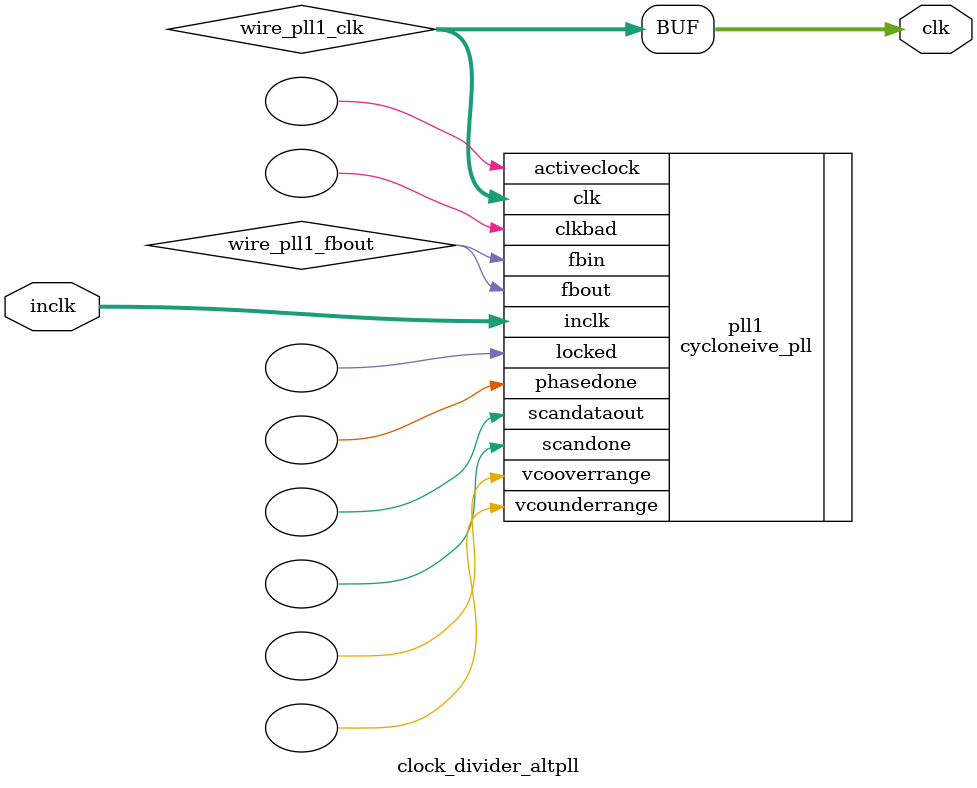
<source format=v>






//synthesis_resources = cycloneive_pll 1 
//synopsys translate_off
`timescale 1 ps / 1 ps
//synopsys translate_on
module  clock_divider_altpll
	( 
	clk,
	inclk) /* synthesis synthesis_clearbox=1 */;
	output   [4:0]  clk;
	input   [1:0]  inclk;
`ifndef ALTERA_RESERVED_QIS
// synopsys translate_off
`endif
	tri0   [1:0]  inclk;
`ifndef ALTERA_RESERVED_QIS
// synopsys translate_on
`endif

	wire  [4:0]   wire_pll1_clk;
	wire  wire_pll1_fbout;

	cycloneive_pll   pll1
	( 
	.activeclock(),
	.clk(wire_pll1_clk),
	.clkbad(),
	.fbin(wire_pll1_fbout),
	.fbout(wire_pll1_fbout),
	.inclk(inclk),
	.locked(),
	.phasedone(),
	.scandataout(),
	.scandone(),
	.vcooverrange(),
	.vcounderrange()
	`ifndef FORMAL_VERIFICATION
	// synopsys translate_off
	`endif
	,
	.areset(1'b0),
	.clkswitch(1'b0),
	.configupdate(1'b0),
	.pfdena(1'b1),
	.phasecounterselect({3{1'b0}}),
	.phasestep(1'b0),
	.phaseupdown(1'b0),
	.scanclk(1'b0),
	.scanclkena(1'b1),
	.scandata(1'b0)
	`ifndef FORMAL_VERIFICATION
	// synopsys translate_on
	`endif
	);
	defparam
		pll1.bandwidth_type = "auto",
		pll1.clk0_divide_by = 12500,
		pll1.clk0_duty_cycle = 50,
		pll1.clk0_multiply_by = 19,
		pll1.clk0_phase_shift = "0",
		pll1.compensate_clock = "clk0",
		pll1.inclk0_input_frequency = 20000,
		pll1.operation_mode = "normal",
		pll1.pll_type = "auto",
		pll1.lpm_type = "cycloneive_pll";
	assign
		clk = {wire_pll1_clk[4:0]};
endmodule //clock_divider_altpll
//VALID FILE

</source>
